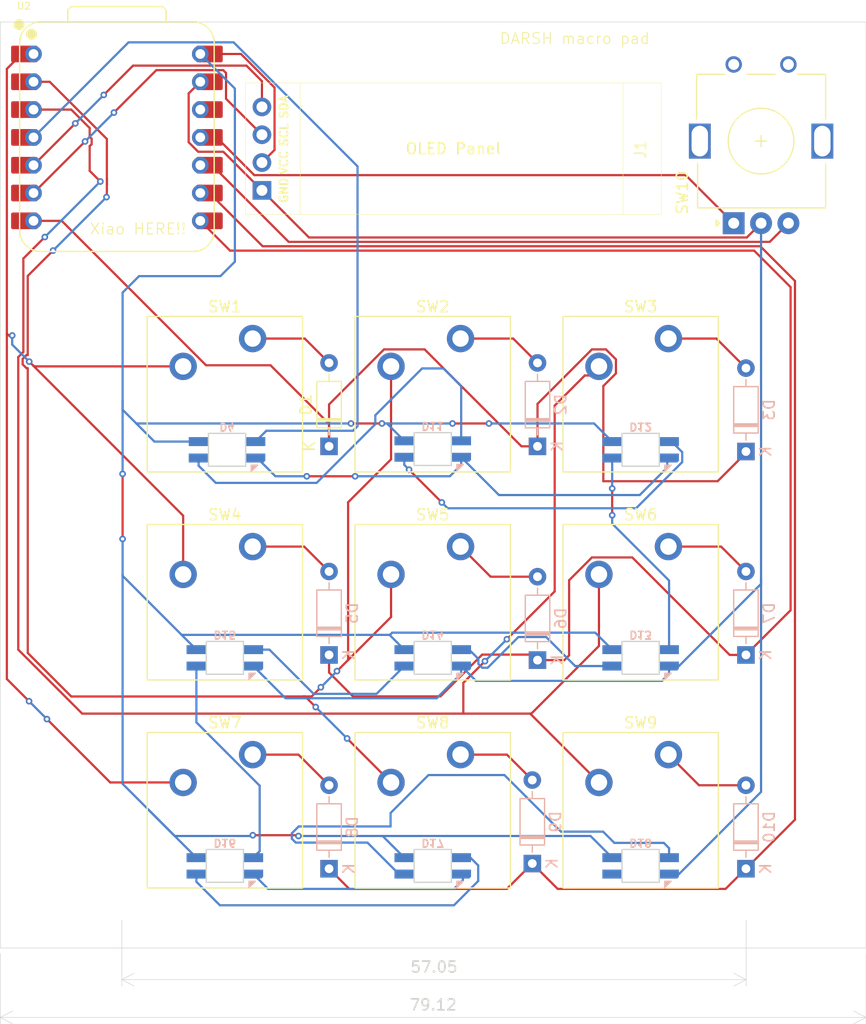
<source format=kicad_pcb>
(kicad_pcb (version 20241229) (generator "pcbnew") (generator_version "9.0")
  (layers (0 "F.Cu" signal) (2 "B.Cu" signal) (13 "F.Paste" user) (15 "B.Paste" user) (5 "F.SilkS" user "F.Silkscreen") (7 "B.SilkS" user "B.Silkscreen") (1 "F.Mask" user) (3 "B.Mask" user) (25 "Edge.Cuts" user))
  (net 0 "")
  (net 1 "+5V")
  (net 2 "GND")
  (net 3 "Row 0")
  (net 4 "Net-(D1-A)")
  (net 5 "Net-(D2-A)")
  (net 6 "Net-(D3-A)")
  (net 7 "Net-(D11-DIN)")
  (net 8 "RGB")
  (net 9 "Net-(D5-A)")
  (net 10 "Row 1")
  (net 11 "Net-(D6-A)")
  (net 12 "Net-(D7-A)")
  (net 13 "Row 2")
  (net 14 "Net-(D8-A)")
  (net 15 "Net-(D9-A)")
  (net 16 "Net-(D10-A)")
  (net 17 "Net-(D11-DOUT)")
  (net 18 "Net-(D12-DOUT)")
  (net 19 "Net-(D13-DOUT)")
  (net 20 "Net-(D14-DOUT)")
  (net 21 "Net-(D15-DOUT)")
  (net 22 "Net-(D16-DOUT)")
  (net 23 "Net-(D17-DOUT)")
  (net 25 "SDA OLED")
  (net 26 "SCL OLED")
  (net 27 "Column 0")
  (net 28 "Column 1")
  (net 29 "Column 2")
  (net 30 "ENC11 A")
  (net 31 "ENC11 B")
  (footprint "ScottoKeebs_MX:MX_PCB_1.00u" (layer "F.Cu") (at 99.145 135.26)
    (property "Reference" "SW6")
    (property "Value" "SW_Push")
  )
  (footprint "ScottoKeebs_MX:MX_PCB_1.00u" (layer "F.Cu") (at 61.145 116.26)
    (property "Reference" "SW1")
    (property "Value" "SW_Push")
  )
  (footprint "Diode_THT:D_DO-35_SOD27_P7.62mm_Horizontal" (layer "F.Cu") (at 70.67 121.0225 90)
    (property "Reference" "D1")
    (property "Value" "1N4148")
  )
  (footprint "ScottoKeebs_MX:MX_PCB_1.00u" (layer "F.Cu") (at 99.145 154.26)
    (property "Reference" "SW9")
    (property "Value" "SW_Push")
  )
  (footprint "ScottoKeebs_MX:MX_PCB_1.00u" (layer "F.Cu") (at 61.145 154.26)
    (property "Reference" "SW7")
    (property "Value" "SW_Push")
  )
  (footprint "ScottoKeebs_MX:MX_PCB_1.00u" (layer "F.Cu") (at 80.145 116.26)
    (property "Reference" "SW2")
    (property "Value" "SW_Push")
  )
  (footprint "ScottoKeebs_MX:MX_PCB_1.00u" (layer "F.Cu") (at 80.145 154.26)
    (property "Reference" "SW8")
    (property "Value" "SW_Push")
  )
  (footprint "ScottoKeebs_MX:MX_PCB_1.00u" (layer "F.Cu") (at 80.145 135.26)
    (property "Reference" "SW5")
    (property "Value" "SW_Push")
  )
  (footprint "Rotary_Encoder:RotaryEncoder_Alps_EC11E_Vertical_H20mm" (layer "F.Cu") (at 107.65 100.645 90)
    (property "Reference" "SW10")
    (property "Value" "RotaryEncoder_Switch")
  )
  (footprint "ScottoKeebs_MX:MX_PCB_1.00u" (layer "F.Cu") (at 99.145 116.26)
    (property "Reference" "SW3")
    (property "Value" "SW_Push")
  )
  (footprint "OPL lib:SSD1306-0.91-OLED-4pin-128x32" (layer "F.Cu") (at 101.035 99.835 180)
    (property "Reference" "J1")
    (property "Value" "OLED_128x32")
  )
  (footprint "OPL lib:XIAO-RP2040-DIP" (layer "F.Cu") (at 51.28 92.8085)
    (property "Reference" "U2")
    (property "Value" "XIAO-RP2040-DIP")
  )
  (footprint "ScottoKeebs_MX:MX_PCB_1.00u" (layer "F.Cu") (at 61.145 135.26)
    (property "Reference" "SW4")
    (property "Value" "SW_Push")
  )
  (footprint "PCB-third_party_neopixel:SK6812MINI-E" (layer "B.Cu") (at 61.145 159.34)
    (property "Reference" "D16")
    (property "Value" "SK6812MINI" (hide yes))
    (fp_line (start -1.7 -1.5) (end -1.7 1.5) (stroke (width 0.12)) (layer "Edge.Cuts"))
    (fp_line (start -1.7 1.5) (end 1.7 1.5) (stroke (width 0.12)) (layer "Edge.Cuts"))
    (fp_line (start 1.7 -1.5) (end -1.7 -1.5) (stroke (width 0.12)) (layer "Edge.Cuts"))
    (fp_line (start 1.7 1.5) (end 1.7 -1.5) (stroke (width 0.12)) (layer "Edge.Cuts"))
  )
  (footprint "PCB-third_party_neopixel:SK6812MINI-E" (layer "B.Cu") (at 99.145 159.34)
    (property "Reference" "D18")
    (property "Value" "SK6812MINI" (hide yes))
    (fp_line (start -1.7 -1.5) (end -1.7 1.5) (stroke (width 0.12)) (layer "Edge.Cuts"))
    (fp_line (start -1.7 1.5) (end 1.7 1.5) (stroke (width 0.12)) (layer "Edge.Cuts"))
    (fp_line (start 1.7 -1.5) (end -1.7 -1.5) (stroke (width 0.12)) (layer "Edge.Cuts"))
    (fp_line (start 1.7 1.5) (end 1.7 -1.5) (stroke (width 0.12)) (layer "Edge.Cuts"))
  )
  (footprint "PCB-third_party_neopixel:SK6812MINI-E" (layer "B.Cu") (at 80.145 159.34)
    (property "Reference" "D17")
    (property "Value" "SK6812MINI" (hide yes))
    (fp_line (start -1.7 -1.5) (end -1.7 1.5) (stroke (width 0.12)) (layer "Edge.Cuts"))
    (fp_line (start -1.7 1.5) (end 1.7 1.5) (stroke (width 0.12)) (layer "Edge.Cuts"))
    (fp_line (start 1.7 -1.5) (end -1.7 -1.5) (stroke (width 0.12)) (layer "Edge.Cuts"))
    (fp_line (start 1.7 1.5) (end 1.7 -1.5) (stroke (width 0.12)) (layer "Edge.Cuts"))
  )
  (footprint "Diode_THT:D_DO-35_SOD27_P7.62mm_Horizontal" (layer "B.Cu") (at 108.77 121.49875 90)
    (property "Reference" "D3")
    (property "Value" "1N4148")
  )
  (footprint "Diode_THT:D_DO-35_SOD27_P7.62mm_Horizontal" (layer "B.Cu") (at 70.67 159.59875 90)
    (property "Reference" "D8")
    (property "Value" "1N4148")
  )
  (footprint "PCB-third_party_neopixel:SK6812MINI-E" (layer "B.Cu") (at 61.345 121.34)
    (property "Reference" "D4")
    (property "Value" "SK6812MINI" (hide yes))
    (fp_line (start -1.7 -1.5) (end -1.7 1.5) (stroke (width 0.12)) (layer "Edge.Cuts"))
    (fp_line (start -1.7 1.5) (end 1.7 1.5) (stroke (width 0.12)) (layer "Edge.Cuts"))
    (fp_line (start 1.7 -1.5) (end -1.7 -1.5) (stroke (width 0.12)) (layer "Edge.Cuts"))
    (fp_line (start 1.7 1.5) (end 1.7 -1.5) (stroke (width 0.12)) (layer "Edge.Cuts"))
  )
  (footprint "PCB-third_party_neopixel:SK6812MINI-E" (layer "B.Cu") (at 80.145 121.27)
    (property "Reference" "D11")
    (property "Value" "SK6812MINI" (hide yes))
    (fp_line (start -1.7 -1.5) (end -1.7 1.5) (stroke (width 0.12)) (layer "Edge.Cuts"))
    (fp_line (start -1.7 1.5) (end 1.7 1.5) (stroke (width 0.12)) (layer "Edge.Cuts"))
    (fp_line (start 1.7 -1.5) (end -1.7 -1.5) (stroke (width 0.12)) (layer "Edge.Cuts"))
    (fp_line (start 1.7 1.5) (end 1.7 -1.5) (stroke (width 0.12)) (layer "Edge.Cuts"))
  )
  (footprint "Diode_THT:D_DO-35_SOD27_P7.62mm_Horizontal" (layer "B.Cu") (at 89.72 121.0225 90)
    (property "Reference" "D2")
    (property "Value" "1N4148")
  )
  (footprint "Diode_THT:D_DO-35_SOD27_P7.62mm_Horizontal" (layer "B.Cu") (at 89.24375 159.1225 90)
    (property "Reference" "D9")
    (property "Value" "1N4148")
  )
  (footprint "Diode_THT:D_DO-35_SOD27_P7.62mm_Horizontal" (layer "B.Cu") (at 108.77 140.0725 90)
    (property "Reference" "D7")
    (property "Value" "1N4148")
  )
  (footprint "PCB-third_party_neopixel:SK6812MINI-E" (layer "B.Cu") (at 80.145 140.34)
    (property "Reference" "D14")
    (property "Value" "SK6812MINI" (hide yes))
    (fp_line (start -1.7 -1.5) (end -1.7 1.5) (stroke (width 0.12)) (layer "Edge.Cuts"))
    (fp_line (start -1.7 1.5) (end 1.7 1.5) (stroke (width 0.12)) (layer "Edge.Cuts"))
    (fp_line (start 1.7 -1.5) (end -1.7 -1.5) (stroke (width 0.12)) (layer "Edge.Cuts"))
    (fp_line (start 1.7 1.5) (end 1.7 -1.5) (stroke (width 0.12)) (layer "Edge.Cuts"))
  )
  (footprint "PCB-third_party_neopixel:SK6812MINI-E" (layer "B.Cu") (at 99.145 140.34)
    (property "Reference" "D13")
    (property "Value" "SK6812MINI" (hide yes))
    (fp_line (start -1.7 -1.5) (end -1.7 1.5) (stroke (width 0.12)) (layer "Edge.Cuts"))
    (fp_line (start -1.7 1.5) (end 1.7 1.5) (stroke (width 0.12)) (layer "Edge.Cuts"))
    (fp_line (start 1.7 -1.5) (end -1.7 -1.5) (stroke (width 0.12)) (layer "Edge.Cuts"))
    (fp_line (start 1.7 1.5) (end 1.7 -1.5) (stroke (width 0.12)) (layer "Edge.Cuts"))
  )
  (footprint "Diode_THT:D_DO-35_SOD27_P7.62mm_Horizontal" (layer "B.Cu") (at 89.72 140.54875 90)
    (property "Reference" "D6")
    (property "Value" "1N4148")
  )
  (footprint "PCB-third_party_neopixel:SK6812MINI-E" (layer "B.Cu") (at 61.145 140.34)
    (property "Reference" "D15")
    (property "Value" "SK6812MINI" (hide yes))
    (fp_line (start -1.7 -1.5) (end -1.7 1.5) (stroke (width 0.12)) (layer "Edge.Cuts"))
    (fp_line (start -1.7 1.5) (end 1.7 1.5) (stroke (width 0.12)) (layer "Edge.Cuts"))
    (fp_line (start 1.7 -1.5) (end -1.7 -1.5) (stroke (width 0.12)) (layer "Edge.Cuts"))
    (fp_line (start 1.7 1.5) (end 1.7 -1.5) (stroke (width 0.12)) (layer "Edge.Cuts"))
  )
  (footprint "PCB-third_party_neopixel:SK6812MINI-E" (layer "B.Cu") (at 99.145 121.34)
    (property "Reference" "D12")
    (property "Value" "SK6812MINI" (hide yes))
    (fp_line (start -1.7 -1.5) (end -1.7 1.5) (stroke (width 0.12)) (layer "Edge.Cuts"))
    (fp_line (start -1.7 1.5) (end 1.7 1.5) (stroke (width 0.12)) (layer "Edge.Cuts"))
    (fp_line (start 1.7 -1.5) (end -1.7 -1.5) (stroke (width 0.12)) (layer "Edge.Cuts"))
    (fp_line (start 1.7 1.5) (end 1.7 -1.5) (stroke (width 0.12)) (layer "Edge.Cuts"))
  )
  (footprint "Diode_THT:D_DO-35_SOD27_P7.62mm_Horizontal" (layer "B.Cu") (at 108.77 159.59875 90)
    (property "Reference" "D10")
    (property "Value" "1N4148")
  )
  (footprint "Diode_THT:D_DO-35_SOD27_P7.62mm_Horizontal" (layer "B.Cu") (at 70.67 140.0725 90)
    (property "Reference" "D5")
    (property "Value" "1N4148")
  )
  (gr_rect (start 40.62 82.27) (end 119.74 166.84) (stroke (width 0.05)) (fill no) (layer "Edge.Cuts"))
  (gr_text "DARSH macro pad\n" (at 86.2 84.36 0) (layer "F.SilkS") (effects (font (size 1 1) (thickness 0.1)) (justify left bottom)))
  (gr_text "Xiao HERE!!\n" (at 48.73 101.75 0) (layer "F.SilkS") (effects (font (size 1 1) (thickness 0.1)) (justify left bottom)))
  (dimension (type orthogonal) (layer "Edge.Cuts") (pts (xy 51.735 163.785) (xy 108.785 163.785)) (height 5.945) (orientation 0) (format (prefix "") (suffix "") (units 3) (units_format 0) (precision 4) (suppress_zeroes yes)) (style (thickness 0.05) (arrow_length 1.27) (text_position_mode 0) (arrow_direction outward) (extension_height 0.58642) (extension_offset 0.5) (keep_text_aligned yes)) (gr_text "57.05" (at 80.26 168.58 0) (layer "Edge.Cuts") (effects (font (size 1 1) (thickness 0.15)))))
  (dimension (type orthogonal) (layer "Edge.Cuts") (pts (xy 40.62 166.84) (xy 119.74 166.84)) (height 6.34) (orientation 0) (format (prefix "") (suffix "") (units 3) (units_format 0) (precision 4) (suppress_zeroes yes)) (style (thickness 0.05) (arrow_length 1.27) (text_position_mode 0) (arrow_direction outward) (extension_height 0.58642) (extension_offset 0.5) (keep_text_aligned yes)) (gr_text "79.12" (at 80.18 172.03 0) (layer "Edge.Cuts") (effects (font (size 1 1) (thickness 0.15)))))
  (segment (start 85.28 118.935) (end 81.95 118.935) (width 0.2) (layer "F.Cu") (net 1))
  (segment (start 75.5 118.935) (end 72.67 118.935) (width 0.2) (layer "F.Cu") (net 1))
  (segment (start 51.8 129.48) (end 51.8 123.54) (width 0.2) (layer "F.Cu") (net 1))
  (segment (start 65.686 93.954) (end 65.686 88.253774) (width 0.2) (layer "F.Cu") (net 1))
  (segment (start 63.7 156.54) (end 67.799 156.54) (width 0.2) (layer "F.Cu") (net 1))
  (segment (start 64.535 95.105) (end 65.686 93.954) (width 0.2) (layer "F.Cu") (net 1))
  (segment (start 62.620726 85.1885) (end 58.9 85.1885) (width 0.2) (layer "F.Cu") (net 1))
  (segment (start 65.686 88.253774) (end 62.620726 85.1885) (width 0.2) (layer "F.Cu") (net 1))
  (via (at 51.8 129.48) (size 0.6) (drill 0.3) (layers "F.Cu" "B.Cu") (net 1))
  (via (at 81.95 118.935) (size 0.6) (drill 0.3) (layers "F.Cu" "B.Cu") (net 1))
  (via (at 75.5 118.935) (size 0.6) (drill 0.3) (layers "F.Cu" "B.Cu") (net 1))
  (via (at 63.7 156.54) (size 0.6) (drill 0.3) (layers "F.Cu" "B.Cu") (net 1))
  (via (at 51.8 123.54) (size 0.6) (drill 0.3) (layers "F.Cu" "B.Cu") (net 1))
  (via (at 67.87 156.611) (size 0.6) (drill 0.3) (layers "F.Cu" "B.Cu") (net 1))
  (via (at 72.67 118.935) (size 0.6) (drill 0.3) (layers "F.Cu" "B.Cu") (net 1))
  (via (at 85.28 118.935) (size 0.6) (drill 0.3) (layers "F.Cu" "B.Cu") (net 1))
  (segment (start 63.7 156.54) (end 63.67 156.54) (width 0.2) (layer "B.Cu") (net 1))
  (segment (start 51.8 117.68) (end 51.8 116.88) (width 0.2) (layer "B.Cu") (net 1))
  (segment (start 54.71 120.59) (end 53.055 118.935) (width 0.2) (layer "B.Cu") (net 1))
  (segment (start 60.74 105.48) (end 62.06 104.16) (width 0.2) (layer "B.Cu") (net 1))
  (segment (start 75.39 156.611) (end 67.87 156.611) (width 0.2) (layer "B.Cu") (net 1))
  (segment (start 58.545 158.59) (end 54.1425 154.1875) (width 0.2) (layer "B.Cu") (net 1))
  (segment (start 96.545 139.59) (end 94.994 138.039) (width 0.2) (layer "B.Cu") (net 1))
  (segment (start 76.24 138.24) (end 57.195 138.24) (width 0.2) (layer "B.Cu") (net 1))
  (segment (start 94.89 118.935) (end 85.28 118.935) (width 0.2) (layer "B.Cu") (net 1))
  (segment (start 51.8 106.98) (end 53.3 105.48) (width 0.2) (layer "B.Cu") (net 1))
  (segment (start 81.95 118.935) (end 75.96 118.935) (width 0.2) (layer "B.Cu") (net 1))
  (segment (start 55.7325 136.7775) (end 51.8 132.845) (width 0.2) (layer "B.Cu") (net 1))
  (segment (start 96.545 120.59) (end 94.89 118.935) (width 0.2) (layer "B.Cu") (net 1))
  (segment (start 54.1425 154.1875) (end 51.8 151.845) (width 0.2) (layer "B.Cu") (net 1))
  (segment (start 67.799 156.54) (end 67.87 156.611) (width 0.2) (layer "B.Cu") (net 1))
  (segment (start 51.8 123.54) (end 51.8 116.88) (width 0.2) (layer "B.Cu") (net 1))
  (segment (start 63.67 156.54) (end 63.65 156.52) (width 0.2) (layer "B.Cu") (net 1))
  (segment (start 96.545 158.59) (end 94.566 156.611) (width 0.2) (layer "B.Cu") (net 1))
  (segment (start 76.194 138.239) (end 76.239 138.239) (width 0.2) (layer "B.Cu") (net 1))
  (segment (start 62.06 88.3485) (end 58.9 85.1885) (width 0.2) (layer "B.Cu") (net 1))
  (segment (start 53.055 118.935) (end 51.8 117.68) (width 0.2) (layer "B.Cu") (net 1))
  (segment (start 57.1775 138.2225) (end 55.7325 136.7775) (width 0.2) (layer "B.Cu") (net 1))
  (segment (start 75.566 156.611) (end 75.39 156.611) (width 0.2) (layer "B.Cu") (net 1))
  (segment (start 51.8 132.845) (end 51.8 132.71) (width 0.2) (layer "B.Cu") (net 1))
  (segment (start 57.195 138.24) (end 57.1775 138.2225) (width 0.2) (layer "B.Cu") (net 1))
  (segment (start 77.545 158.59) (end 75.566 156.611) (width 0.2) (layer "B.Cu") (net 1))
  (segment (start 58.745 120.59) (end 54.71 120.59) (width 0.2) (layer "B.Cu") (net 1))
  (segment (start 77.545 120.52) (end 75.96 118.935) (width 0.2) (layer "B.Cu") (net 1))
  (segment (start 77.545 139.59) (end 76.194 138.239) (width 0.2) (layer "B.Cu") (net 1))
  (segment (start 63.559 156.611) (end 56.566 156.611) (width 0.2) (layer "B.Cu") (net 1))
  (segment (start 56.566 156.611) (end 54.1425 154.1875) (width 0.2) (layer "B.Cu") (net 1))
  (segment (start 94.566 156.611) (end 75.39 156.611) (width 0.2) (layer "B.Cu") (net 1))
  (segment (start 62.06 104.16) (end 62.06 88.3485) (width 0.2) (layer "B.Cu") (net 1))
  (segment (start 51.8 151.845) (end 51.8 132.71) (width 0.2) (layer "B.Cu") (net 1))
  (segment (start 58.545 139.59) (end 57.1775 138.2225) (width 0.2) (layer "B.Cu") (net 1))
  (segment (start 51.8 132.71) (end 51.8 129.48) (width 0.2) (layer "B.Cu") (net 1))
  (segment (start 94.994 138.039) (end 76.441 138.039) (width 0.2) (layer "B.Cu") (net 1))
  (segment (start 76.239 138.239) (end 76.24 138.24) (width 0.2) (layer "B.Cu") (net 1))
  (segment (start 53.3 105.48) (end 60.74 105.48) (width 0.2) (layer "B.Cu") (net 1))
  (segment (start 51.8 116.88) (end 51.8 106.98) (width 0.2) (layer "B.Cu") (net 1))
  (segment (start 72.67 118.935) (end 53.055 118.935) (width 0.2) (layer "B.Cu") (net 1))
  (segment (start 75.96 118.935) (end 75.5 118.935) (width 0.2) (layer "B.Cu") (net 1))
  (segment (start 76.441 138.039) (end 76.24 138.24) (width 0.2) (layer "B.Cu") (net 1))
  (segment (start 63.65 156.52) (end 63.559 156.611) (width 0.2) (layer "B.Cu") (net 1))
  (segment (start 61.007 94.117) (end 58.70519 94.117) (width 0.2) (layer "F.Cu") (net 2))
  (segment (start 57.837 93.24881) (end 57.837 88.7915) (width 0.2) (layer "F.Cu") (net 2))
  (segment (start 68.836 101.946) (end 64.535 97.645) (width 0.2) (layer "F.Cu") (net 2))
  (segment (start 57.837 88.7915) (end 58.9 87.7285) (width 0.2) (layer "F.Cu") (net 2))
  (segment (start 64.535 97.645) (end 61.007 94.117) (width 0.2) (layer "F.Cu") (net 2))
  (segment (start 68.63 123.758471) (end 73.05 123.758471) (width 0.2) (layer "F.Cu") (net 2))
  (segment (start 58.70519 94.117) (end 57.837 93.24881) (width 0.2) (layer "F.Cu") (net 2))
  (segment (start 110.15 100.645) (end 108.849 101.946) (width 0.2) (layer "F.Cu") (net 2))
  (segment (start 108.849 101.946) (end 68.836 101.946) (width 0.2) (layer "F.Cu") (net 2))
  (via (at 73.05 123.758471) (size 0.6) (drill 0.3) (layers "F.Cu" "B.Cu") (net 2))
  (via (at 68.63 123.758471) (size 0.6) (drill 0.3) (layers "F.Cu" "B.Cu") (net 2))
  (segment (start 86.196 125.471) (end 82.745 122.02) (width 0.2) (layer "B.Cu") (net 2))
  (segment (start 102.645 141.09) (end 110.15 133.585) (width 0.2) (layer "B.Cu") (net 2))
  (segment (start 82.745 141.09) (end 84.096 142.441) (width 0.2) (layer "B.Cu") (net 2))
  (segment (start 82.81 160.09) (end 82.9 160.18) (width 0.2) (layer "B.Cu") (net 2))
  (segment (start 65.096 161.441) (end 63.745 160.09) (width 0.2) (layer "B.Cu") (net 2))
  (segment (start 82.9 160.18) (end 82.9 160.634942) (width 0.2) (layer "B.Cu") (net 2))
  (segment (start 101.65 122.09) (end 101.58 122.16) (width 0.2) (layer "B.Cu") (net 2))
  (segment (start 65.768471 123.758471) (end 68.63 123.758471) (width 0.2) (layer "B.Cu") (net 2))
  (segment (start 63.745 141.09) (end 66.68425 144.02925) (width 0.2) (layer "B.Cu") (net 2))
  (segment (start 110.15 133.12) (end 110.15 100.645) (width 0.2) (layer "B.Cu") (net 2))
  (segment (start 99.063942 125.471) (end 86.196 125.471) (width 0.2) (layer "B.Cu") (net 2))
  (segment (start 101.745 141.09) (end 102.645 141.09) (width 0.2) (layer "B.Cu") (net 2))
  (segment (start 82.093942 161.441) (end 65.096 161.441) (width 0.2) (layer "B.Cu") (net 2))
  (segment (start 101.745 122.09) (end 101.65 122.09) (width 0.2) (layer "B.Cu") (net 2))
  (segment (start 66.68425 144.02925) (end 80.505692 144.02925) (width 0.2) (layer "B.Cu") (net 2))
  (segment (start 101.58 122.16) (end 101.58 122.954942) (width 0.2) (layer "B.Cu") (net 2))
  (segment (start 101.745 160.09) (end 102.645 160.09) (width 0.2) (layer "B.Cu") (net 2))
  (segment (start 101.58 122.954942) (end 99.063942 125.471) (width 0.2) (layer "B.Cu") (net 2))
  (segment (start 110.15 133.585) (end 110.15 133.12) (width 0.2) (layer "B.Cu") (net 2))
  (segment (start 101.745 141.789942) (end 101.745 141.09) (width 0.2) (layer "B.Cu") (net 2))
  (segment (start 84.096 142.441) (end 101.093942 142.441) (width 0.2) (layer "B.Cu") (net 2))
  (segment (start 82.745 122.719942) (end 82.745 122.02) (width 0.2) (layer "B.Cu") (net 2))
  (segment (start 73.05 123.758471) (end 81.706471 123.758471) (width 0.2) (layer "B.Cu") (net 2))
  (segment (start 82.745 160.09) (end 82.81 160.09) (width 0.2) (layer "B.Cu") (net 2))
  (segment (start 82.745 141.789942) (end 82.745 141.09) (width 0.2) (layer "B.Cu") (net 2))
  (segment (start 82.9 160.634942) (end 82.093942 161.441) (width 0.2) (layer "B.Cu") (net 2))
  (segment (start 81.706471 123.758471) (end 82.745 122.719942) (width 0.2) (layer "B.Cu") (net 2))
  (segment (start 63.96 121.95) (end 65.768471 123.758471) (width 0.2) (layer "B.Cu") (net 2))
  (segment (start 63.945 122.09) (end 63.945 121.965) (width 0.2) (layer "B.Cu") (net 2))
  (segment (start 110.15 152.585) (end 110.15 133.12) (width 0.2) (layer "B.Cu") (net 2))
  (segment (start 102.645 160.09) (end 110.15 152.585) (width 0.2) (layer "B.Cu") (net 2))
  (segment (start 80.505692 144.02925) (end 82.745 141.789942) (width 0.2) (layer "B.Cu") (net 2))
  (segment (start 63.945 121.965) (end 63.96 121.95) (width 0.2) (layer "B.Cu") (net 2))
  (segment (start 101.093942 142.441) (end 101.745 141.789942) (width 0.2) (layer "B.Cu") (net 2))
  (segment (start 106.18 124.21) (end 95.736 124.21) (width 0.2) (layer "F.Cu") (net 3))
  (segment (start 108.77 121.49875) (end 108.77 121.58) (width 0.2) (layer "F.Cu") (net 3))
  (segment (start 95.977446 112.169) (end 94.692554 112.169) (width 0.2) (layer "F.Cu") (net 3))
  (segment (start 94.692554 112.169) (end 89.72 117.141554) (width 0.2) (layer "F.Cu") (net 3))
  (segment (start 89.72 117.141554) (end 89.72 121.0225) (width 0.2) (layer "F.Cu") (net 3))
  (segment (start 79.400174 112.169) (end 75.692554 112.169) (width 0.2) (layer "F.Cu") (net 3))
  (segment (start 46.236946 100.4285) (end 43.66 100.4285) (width 0.2) (layer "F.Cu") (net 3))
  (segment (start 108.77 121.58) (end 108.79 121.6) (width 0.2) (layer "F.Cu") (net 3))
  (segment (start 59.428446 113.62) (end 46.236946 100.4285) (width 0.2) (layer "F.Cu") (net 3))
  (segment (start 95.736 115.512446) (end 96.886 114.362446) (width 0.2) (layer "F.Cu") (net 3))
  (segment (start 75.692554 112.169) (end 70.67 117.191554) (width 0.2) (layer "F.Cu") (net 3))
  (segment (start 70.67 121.0225) (end 70.67 118.971174) (width 0.2) (layer "F.Cu") (net 3))
  (segment (start 108.79 121.6) (end 106.18 124.21) (width 0.2) (layer "F.Cu") (net 3))
  (segment (start 65.318826 113.62) (end 59.428446 113.62) (width 0.2) (layer "F.Cu") (net 3))
  (segment (start 96.886 113.077554) (end 95.977446 112.169) (width 0.2) (layer "F.Cu") (net 3))
  (segment (start 96.886 114.362446) (end 96.886 113.077554) (width 0.2) (layer "F.Cu") (net 3))
  (segment (start 95.736 124.21) (end 95.736 115.512446) (width 0.2) (layer "F.Cu") (net 3))
  (segment (start 70.67 118.971174) (end 65.318826 113.62) (width 0.2) (layer "F.Cu") (net 3))
  (segment (start 88.253674 121.0225) (end 79.400174 112.169) (width 0.2) (layer "F.Cu") (net 3))
  (segment (start 89.72 121.0225) (end 88.253674 121.0225) (width 0.2) (layer "F.Cu") (net 3))
  (segment (start 70.67 117.191554) (end 70.67 121.0225) (width 0.2) (layer "F.Cu") (net 3))
  (segment (start 63.685 111.18) (end 68.4475 111.18) (width 0.2) (layer "F.Cu") (net 4))
  (segment (start 68.4475 111.18) (end 70.67 113.4025) (width 0.2) (layer "F.Cu") (net 4))
  (segment (start 87.4975 111.18) (end 89.72 113.4025) (width 0.2) (layer "F.Cu") (net 5))
  (segment (start 82.685 111.18) (end 87.4975 111.18) (width 0.2) (layer "F.Cu") (net 5))
  (segment (start 106.07125 111.18) (end 108.77 113.87875) (width 0.2) (layer "F.Cu") (net 6))
  (segment (start 101.685 111.18) (end 106.07125 111.18) (width 0.2) (layer "F.Cu") (net 6))
  (segment (start 81.118816 113.909) (end 82.745 115.535184) (width 0.2) (layer "B.Cu") (net 7))
  (segment (start 60.314529 124.359471) (end 69.535029 124.359471) (width 0.2) (layer "B.Cu") (net 7))
  (segment (start 58.745 122.09) (end 58.745 122.075) (width 0.2) (layer "B.Cu") (net 7))
  (segment (start 58.745 122.075) (end 58.86 121.96) (width 0.2) (layer "B.Cu") (net 7))
  (segment (start 58.745 122.789942) (end 60.314529 124.359471) (width 0.2) (layer "B.Cu") (net 7))
  (segment (start 82.745 115.535184) (end 82.745 120.52) (width 0.2) (layer "B.Cu") (net 7))
  (segment (start 74.899 118.181184) (end 79.171184 113.909) (width 0.2) (layer "B.Cu") (net 7))
  (segment (start 79.171184 113.909) (end 81.118816 113.909) (width 0.2) (layer "B.Cu") (net 7))
  (segment (start 74.899 118.9955) (end 74.899 118.181184) (width 0.2) (layer "B.Cu") (net 7))
  (segment (start 69.535029 124.359471) (end 74.899 118.9955) (width 0.2) (layer "B.Cu") (net 7))
  (segment (start 58.745 122.09) (end 58.745 122.789942) (width 0.2) (layer "B.Cu") (net 7))
  (segment (start 52.343 84.1255) (end 43.66 92.8085) (width 0.2) (layer "B.Cu") (net 8))
  (segment (start 73.271 95.451) (end 61.9455 84.1255) (width 0.2) (layer "B.Cu") (net 8))
  (segment (start 63.945 120.59) (end 64.935 119.6) (width 0.2) (layer "B.Cu") (net 8))
  (segment (start 73.271 119.183943) (end 73.271 95.451) (width 0.2) (layer "B.Cu") (net 8))
  (segment (start 61.9455 84.1255) (end 52.343 84.1255) (width 0.2) (layer "B.Cu") (net 8))
  (segment (start 64.935 119.6) (end 72.854943 119.6) (width 0.2) (layer "B.Cu") (net 8))
  (segment (start 72.854943 119.6) (end 73.271 119.183943) (width 0.2) (layer "B.Cu") (net 8))
  (segment (start 63.685 130.18) (end 68.3975 130.18) (width 0.2) (layer "F.Cu") (net 9))
  (segment (start 68.3975 130.18) (end 70.67 132.4525) (width 0.2) (layer "F.Cu") (net 9))
  (segment (start 107.2825 140.0725) (end 98.379 131.169) (width 0.2) (layer "F.Cu") (net 10))
  (segment (start 92.61 140.11) (end 92.17125 140.54875) (width 0.2) (layer "F.Cu") (net 10))
  (segment (start 70.67 140.0725) (end 70.67 141.679943) (width 0.2) (layer "F.Cu") (net 10))
  (segment (start 108.77 140.0725) (end 112.85 135.9925) (width 0.2) (layer "F.Cu") (net 10))
  (segment (start 70.67 141.679943) (end 72.850057 143.86) (width 0.2) (layer "F.Cu") (net 10))
  (segment (start 108.77 140.0725) (end 107.2825 140.0725) (width 0.2) (layer "F.Cu") (net 10))
  (segment (start 61.6205 103.149) (end 58.9 100.4285) (width 0.2) (layer "F.Cu") (net 10))
  (segment (start 112.85 135.9925) (end 112.85 106.48) (width 0.2) (layer "F.Cu") (net 10))
  (segment (start 94.692554 131.169) (end 92.61 133.251554) (width 0.2) (layer "F.Cu") (net 10))
  (segment (start 70.67 140.7) (end 70.68 140.71) (width 0.2) (layer "F.Cu") (net 10))
  (segment (start 89.21525 140.044) (end 89.72 140.54875) (width 0.2) (layer "F.Cu") (net 10))
  (segment (start 109.519 103.149) (end 61.6205 103.149) (width 0.2) (layer "F.Cu") (net 10))
  (segment (start 80.850057 143.86) (end 84.666057 140.044) (width 0.2) (layer "F.Cu") (net 10))
  (segment (start 70.67 140.0725) (end 70.67 140.7) (width 0.2) (layer "F.Cu") (net 10))
  (segment (start 92.61 133.251554) (end 92.61 140.11) (width 0.2) (layer "F.Cu") (net 10))
  (segment (start 112.85 106.48) (end 109.519 103.149) (width 0.2) (layer "F.Cu") (net 10))
  (segment (start 92.17125 140.54875) (end 89.72 140.54875) (width 0.2) (layer "F.Cu") (net 10))
  (segment (start 98.379 131.169) (end 94.692554 131.169) (width 0.2) (layer "F.Cu") (net 10))
  (segment (start 72.850057 143.86) (end 80.850057 143.86) (width 0.2) (layer "F.Cu") (net 10))
  (segment (start 84.666057 140.044) (end 89.21525 140.044) (width 0.2) (layer "F.Cu") (net 10))
  (segment (start 82.685 130.18) (end 85.43375 132.92875) (width 0.2) (layer "F.Cu") (net 11))
  (segment (start 85.43375 132.92875) (end 89.72 132.92875) (width 0.2) (layer "F.Cu") (net 11))
  (segment (start 106.4975 130.18) (end 108.77 132.4525) (width 0.2) (layer "F.Cu") (net 12))
  (segment (start 101.685 130.18) (end 106.4975 130.18) (width 0.2) (layer "F.Cu") (net 12))
  (segment (start 91.56225 161.441) (end 89.24375 159.1225) (width 0.2) (layer "F.Cu") (net 13))
  (segment (start 108.77 159.59875) (end 108.77 159.58) (width 0.2) (layer "F.Cu") (net 13))
  (segment (start 89.24375 159.1225) (end 86.92525 161.441) (width 0.2) (layer "F.Cu") (net 13))
  (segment (start 86.92525 161.441) (end 72.51225 161.441) (width 0.2) (layer "F.Cu") (net 13))
  (segment (start 64.5945 102.748) (end 59.735 97.8885) (width 0.2) (layer "F.Cu") (net 13))
  (segment (start 113.25 155.11875) (end 113.25 105.92) (width 0.2) (layer "F.Cu") (net 13))
  (segment (start 108.77 159.59875) (end 113.25 155.11875) (width 0.2) (layer "F.Cu") (net 13))
  (segment (start 110.078 102.748) (end 64.5945 102.748) (width 0.2) (layer "F.Cu") (net 13))
  (segment (start 72.51225 161.441) (end 70.67 159.59875) (width 0.2) (layer "F.Cu") (net 13))
  (segment (start 108.77 159.58) (end 106.909 161.441) (width 0.2) (layer "F.Cu") (net 13))
  (segment (start 106.909 161.441) (end 91.56225 161.441) (width 0.2) (layer "F.Cu") (net 13))
  (segment (start 113.25 105.92) (end 110.078 102.748) (width 0.2) (layer "F.Cu") (net 13))
  (segment (start 67.87125 149.18) (end 70.67 151.97875) (width 0.2) (layer "F.Cu") (net 14))
  (segment (start 63.685 149.18) (end 67.87125 149.18) (width 0.2) (layer "F.Cu") (net 14))
  (segment (start 82.685 149.18) (end 86.92125 149.18) (width 0.2) (layer "F.Cu") (net 15))
  (segment (start 86.92125 149.18) (end 89.24375 151.5025) (width 0.2) (layer "F.Cu") (net 15))
  (segment (start 104.48375 151.97875) (end 108.77 151.97875) (width 0.2) (layer "F.Cu") (net 16))
  (segment (start 101.685 149.18) (end 104.48375 151.97875) (width 0.2) (layer "F.Cu") (net 16))
  (segment (start 80.972529 126.147471) (end 77.982529 123.157471) (width 0.2) (layer "F.Cu") (net 17))
  (via (at 77.982529 123.157471) (size 0.6) (drill 0.3) (layers "F.Cu" "B.Cu") (net 17))
  (via (at 80.972529 126.147471) (size 0.6) (drill 0.3) (layers "F.Cu" "B.Cu") (net 17))
  (segment (start 102.070678 120.68) (end 102.946 121.555322) (width 0.2) (layer "B.Cu") (net 17))
  (segment (start 101.745 120.615) (end 101.81 120.68) (width 0.2) (layer "B.Cu") (net 17))
  (segment (start 101.745 120.59) (end 101.745 120.615) (width 0.2) (layer "B.Cu") (net 17))
  (segment (start 81.505058 126.68) (end 80.972529 126.147471) (width 0.2) (layer "B.Cu") (net 17))
  (segment (start 101.81 120.68) (end 102.070678 120.68) (width 0.2) (layer "B.Cu") (net 17))
  (segment (start 98.72668 126.68) (end 81.505058 126.68) (width 0.2) (layer "B.Cu") (net 17))
  (segment (start 77.982529 123.157471) (end 77.545 122.719942) (width 0.2) (layer "B.Cu") (net 17))
  (segment (start 102.946 122.46068) (end 98.72668 126.68) (width 0.2) (layer "B.Cu") (net 17))
  (segment (start 77.545 122.719942) (end 77.545 122.02) (width 0.2) (layer "B.Cu") (net 17))
  (segment (start 102.946 121.555322) (end 102.946 122.46068) (width 0.2) (layer "B.Cu") (net 17))
  (segment (start 96.545 124.87) (end 96.545 127.315) (width 0.2) (layer "F.Cu") (net 18))
  (via (at 96.545 127.315) (size 0.6) (drill 0.3) (layers "F.Cu" "B.Cu") (net 18))
  (via (at 96.545 124.87) (size 0.6) (drill 0.3) (layers "F.Cu" "B.Cu") (net 18))
  (segment (start 96.545 122.09) (end 96.545 124.87) (width 0.2) (layer "B.Cu") (net 18))
  (segment (start 96.545 128.085) (end 101.745 133.285) (width 0.2) (layer "B.Cu") (net 18))
  (segment (start 96.545 127.315) (end 96.545 128.085) (width 0.2) (layer "B.Cu") (net 18))
  (segment (start 101.745 133.285) (end 101.745 139.59) (width 0.2) (layer "B.Cu") (net 18))
  (segment (start 90.51 138.44) (end 87.969943 138.44) (width 0.2) (layer "B.Cu") (net 19))
  (segment (start 83.47 139.59) (end 82.745 139.59) (width 0.2) (layer "B.Cu") (net 19))
  (segment (start 85.163943 141.246) (end 84.666057 141.246) (width 0.2) (layer "B.Cu") (net 19))
  (segment (start 87.969943 138.44) (end 85.163943 141.246) (width 0.2) (layer "B.Cu") (net 19))
  (segment (start 84.314 140.434) (end 83.47 139.59) (width 0.2) (layer "B.Cu") (net 19))
  (segment (start 84.314 140.893943) (end 84.314 140.434) (width 0.2) (layer "B.Cu") (net 19))
  (segment (start 84.666057 141.246) (end 84.314 140.893943) (width 0.2) (layer "B.Cu") (net 19))
  (segment (start 96.545 141.09) (end 93.16 141.09) (width 0.2) (layer "B.Cu") (net 19))
  (segment (start 93.16 141.09) (end 90.51 138.44) (width 0.2) (layer "B.Cu") (net 19))
  (segment (start 77.545 141.09) (end 75.00675 143.62825) (width 0.2) (layer "B.Cu") (net 20))
  (segment (start 75.00675 143.62825) (end 69.25825 143.62825) (width 0.2) (layer "B.Cu") (net 20))
  (segment (start 65.22 139.59) (end 63.745 139.59) (width 0.2) (layer "B.Cu") (net 20))
  (segment (start 69.25825 143.62825) (end 65.22 139.59) (width 0.2) (layer "B.Cu") (net 20))
  (segment (start 64.327446 152.015892) (end 58.545 146.233446) (width 0.2) (layer "B.Cu") (net 21))
  (segment (start 63.745 158.59) (end 63.73 158.59) (width 0.2) (layer "B.Cu") (net 21))
  (segment (start 63.73 158.59) (end 64.327446 157.992554) (width 0.2) (layer "B.Cu") (net 21))
  (segment (start 58.545 146.233446) (end 58.545 141.09) (width 0.2) (layer "B.Cu") (net 21))
  (segment (start 64.327446 157.992554) (end 64.327446 152.015892) (width 0.2) (layer "B.Cu") (net 21))
  (segment (start 58.545 160.789942) (end 60.695058 162.94) (width 0.2) (layer "B.Cu") (net 22))
  (segment (start 58.545 160.09) (end 58.545 160.789942) (width 0.2) (layer "B.Cu") (net 22))
  (segment (start 84.3 159.3) (end 83.59 158.59) (width 0.2) (layer "B.Cu") (net 22))
  (segment (start 84.3 160.72) (end 84.3 159.3) (width 0.2) (layer "B.Cu") (net 22))
  (segment (start 82.08 162.94) (end 84.3 160.72) (width 0.2) (layer "B.Cu") (net 22))
  (segment (start 83.59 158.59) (end 82.745 158.59) (width 0.2) (layer "B.Cu") (net 22))
  (segment (start 60.695058 162.94) (end 82.08 162.94) (width 0.2) (layer "B.Cu") (net 22))
  (segment (start 96.739 157.239) (end 101.259 157.239) (width 0.2) (layer "B.Cu") (net 23))
  (segment (start 86.69645 151.04645) (end 91.86 156.21) (width 0.2) (layer "B.Cu") (net 23))
  (segment (start 101.259 157.239) (end 101.745 157.725) (width 0.2) (layer "B.Cu") (net 23))
  (segment (start 91.86 156.21) (end 95.71 156.21) (width 0.2) (layer "B.Cu") (net 23))
  (segment (start 74.177 157.212) (end 67.621057 157.212) (width 0.2) (layer "B.Cu") (net 23))
  (segment (start 67.269 156.362057) (end 67.892057 155.739) (width 0.2) (layer "B.Cu") (net 23))
  (segment (start 67.269 156.859943) (end 67.269 156.362057) (width 0.2) (layer "B.Cu") (net 23))
  (segment (start 67.621057 157.212) (end 67.269 156.859943) (width 0.2) (layer "B.Cu") (net 23))
  (segment (start 76.291 154.509) (end 79.75355 151.04645) (width 0.2) (layer "B.Cu") (net 23))
  (segment (start 95.71 156.21) (end 96.739 157.239) (width 0.2) (layer "B.Cu") (net 23))
  (segment (start 67.892057 155.739) (end 76.291 155.739) (width 0.2) (layer "B.Cu") (net 23))
  (segment (start 77.545 160.09) (end 77.055 160.09) (width 0.2) (layer "B.Cu") (net 23))
  (segment (start 79.75355 151.04645) (end 86.69645 151.04645) (width 0.2) (layer "B.Cu") (net 23))
  (segment (start 77.055 160.09) (end 74.177 157.212) (width 0.2) (layer "B.Cu") (net 23))
  (segment (start 76.291 155.739) (end 76.291 154.509) (width 0.2) (layer "B.Cu") (net 23))
  (segment (start 101.745 157.725) (end 101.745 158.59) (width 0.2) (layer "B.Cu") (net 23))
  (segment (start 64.535 87.669874) (end 63.116626 86.2515) (width 0.2) (layer "F.Cu") (net 25))
  (segment (start 63.116626 86.2515) (end 52.757 86.2515) (width 0.2) (layer "F.Cu") (net 25))
  (segment (start 64.535 90.025) (end 64.535 87.669874) (width 0.2) (layer "F.Cu") (net 25))
  (segment (start 47.47925 91.52925) (end 43.66 95.3485) (width 0.2) (layer "F.Cu") (net 25))
  (segment (start 52.757 86.2515) (end 50.07925 88.92925) (width 0.2) (layer "F.Cu") (net 25))
  (via (at 50.07925 88.92925) (size 0.6) (drill 0.3) (layers "F.Cu" "B.Cu") (net 25))
  (via (at 47.47925 91.52925) (size 0.6) (drill 0.3) (layers "F.Cu" "B.Cu") (net 25))
  (segment (start 50.07925 88.92925) (end 47.47925 91.52925) (width 0.2) (layer "B.Cu") (net 25))
  (segment (start 54.883 86.6655) (end 51.00925 90.53925) (width 0.2) (layer "F.Cu") (net 26))
  (segment (start 60.990626 86.6655) (end 54.883 86.6655) (width 0.2) (layer "F.Cu") (net 26))
  (segment (start 48.36925 93.17925) (end 43.66 97.8885) (width 0.2) (layer "F.Cu") (net 26))
  (segment (start 61.252 89.282) (end 61.252 86.926874) (width 0.2) (layer "F.Cu") (net 26))
  (segment (start 61.252 86.926874) (end 60.990626 86.6655) (width 0.2) (layer "F.Cu") (net 26))
  (segment (start 64.535 92.565) (end 61.252 89.282) (width 0.2) (layer "F.Cu") (net 26))
  (via (at 51.00925 90.53925) (size 0.6) (drill 0.3) (layers "F.Cu" "B.Cu") (net 26))
  (via (at 48.36925 93.17925) (size 0.6) (drill 0.3) (layers "F.Cu" "B.Cu") (net 26))
  (segment (start 51.00925 90.53925) (end 48.36925 93.17925) (width 0.2) (layer "B.Cu") (net 26))
  (segment (start 43.25 144.3) (end 41.221 142.271) (width 0.2) (layer "F.Cu") (net 27))
  (segment (start 41.221 110.72) (end 41.221 86.54987) (width 0.2) (layer "F.Cu") (net 27))
  (segment (start 42.58237 85.1885) (end 43.66 85.1885) (width 0.2) (layer "F.Cu") (net 27))
  (segment (start 41.401 110.9) (end 41.221 110.72) (width 0.2) (layer "F.Cu") (net 27))
  (segment (start 43.62 113.64) (end 43.265 113.285) (width 0.2) (layer "F.Cu") (net 27))
  (segment (start 57.335 113.72) (end 43.7 113.72) (width 0.2) (layer "F.Cu") (net 27))
  (segment (start 57.335 127.355) (end 43.62 113.64) (width 0.2) (layer "F.Cu") (net 27))
  (segment (start 57.335 151.72) (end 50.67 151.72) (width 0.2) (layer "F.Cu") (net 27))
  (segment (start 41.221 86.54987) (end 42.58237 85.1885) (width 0.2) (layer "F.Cu") (net 27))
  (segment (start 43.7 113.72) (end 43.62 113.64) (width 0.2) (layer "F.Cu") (net 27))
  (segment (start 41.221 142.271) (end 41.221 110.72) (width 0.2) (layer "F.Cu") (net 27))
  (segment (start 50.67 151.72) (end 44.885 145.935) (width 0.2) (layer "F.Cu") (net 27))
  (segment (start 57.335 132.72) (end 57.335 127.355) (width 0.2) (layer "F.Cu") (net 27))
  (segment (start 41.71 110.9) (end 41.401 110.9) (width 0.2) (layer "F.Cu") (net 27))
  (via (at 41.71 110.9) (size 0.6) (drill 0.3) (layers "F.Cu" "B.Cu") (net 27))
  (via (at 43.265 113.285) (size 0.6) (drill 0.3) (layers "F.Cu" "B.Cu") (net 27))
  (via (at 44.885 145.935) (size 0.6) (drill 0.3) (layers "F.Cu" "B.Cu") (net 27))
  (via (at 43.25 144.3) (size 0.6) (drill 0.3) (layers "F.Cu" "B.Cu") (net 27))
  (segment (start 43.25 144.3) (end 44.885 145.935) (width 0.2) (layer "B.Cu") (net 27))
  (segment (start 43.265 113.285) (end 41.71 111.73) (width 0.2) (layer "B.Cu") (net 27))
  (segment (start 41.71 111.73) (end 41.71 110.9) (width 0.2) (layer "B.Cu") (net 27))
  (segment (start 69.0745 143.87) (end 68.31 143.87) (width 0.2) (layer "F.Cu") (net 28))
  (segment (start 50.36 98.23) (end 50.36 97.089943) (width 0.2) (layer "F.Cu") (net 28))
  (segment (start 76.335 122.205) (end 72.41 126.13) (width 0.2) (layer "F.Cu") (net 28))
  (segment (start 76.335 113.72) (end 76.335 122.205) (width 0.2) (layer "F.Cu") (net 28))
  (segment (start 50.36 96.580057) (end 50.36 92.95) (width 0.2) (layer "F.Cu") (net 28))
  (segment (start 72.41 140.5345) (end 72.40725 140.53725) (width 0.2) (layer "F.Cu") (net 28))
  (segment (start 43.016057 112.684) (end 43.13 112.684) (width 0.2) (layer "F.Cu") (net 28))
  (segment (start 50.36 92.95) (end 45.1385 87.7285) (width 0.2) (layer "F.Cu") (net 28))
  (segment (start 43.016057 113.886) (end 42.664 113.533943) (width 0.2) (layer "F.Cu") (net 28))
  (segment (start 42.664 113.036057) (end 43.016057 112.684) (width 0.2) (layer "F.Cu") (net 28))
  (segment (start 72.40725 140.53725) (end 71.39225 141.55225) (width 0.2) (layer "F.Cu") (net 28))
  (segment (start 68.485 143.87) (end 68.31 143.87) (width 0.2) (layer "F.Cu") (net 28))
  (segment (start 43.13 112.684) (end 43.13 105.46) (width 0.2) (layer "F.Cu") (net 28))
  (segment (start 47.11 143.87) (end 43.13 139.89) (width 0.2) (layer "F.Cu") (net 28))
  (segment (start 76.335 132.72) (end 76.335 136.6095) (width 0.2) (layer "F.Cu") (net 28))
  (segment (start 72.41 126.13) (end 72.41 140.5345) (width 0.2) (layer "F.Cu") (net 28))
  (segment (start 69.91725 143.02725) (end 69.0745 143.87) (width 0.2) (layer "F.Cu") (net 28))
  (segment (start 45.1385 87.7285) (end 43.66 87.7285) (width 0.2) (layer "F.Cu") (net 28))
  (segment (start 50.366 96.586057) (end 50.36 96.580057) (width 0.2) (layer "F.Cu") (net 28))
  (segment (start 50.33 98.26) (end 50.36 98.23) (width 0.2) (layer "F.Cu") (net 28))
  (segment (start 42.664 113.533943) (end 42.664 113.036057) (width 0.2) (layer "F.Cu") (net 28))
  (segment (start 76.335 151.72) (end 72.3175 147.7025) (width 0.2) (layer "F.Cu") (net 28))
  (segment (start 50.36 97.089943) (end 50.366 97.083943) (width 0.2) (layer "F.Cu") (net 28))
  (segment (start 50.366 97.083943) (end 50.366 96.586057) (width 0.2) (layer "F.Cu") (net 28))
  (segment (start 68.31 143.87) (end 47.11 143.87) (width 0.2) (layer "F.Cu") (net 28))
  (segment (start 43.13 105.46) (end 45.445 103.145) (width 0.2) (layer "F.Cu") (net 28))
  (segment (start 69.4475 144.8325) (end 68.485 143.87) (width 0.2) (layer "F.Cu") (net 28))
  (segment (start 43.13 113.886) (end 43.016057 113.886) (width 0.2) (layer "F.Cu") (net 28))
  (segment (start 76.335 136.6095) (end 72.40725 140.53725) (width 0.2) (layer "F.Cu") (net 28))
  (segment (start 43.13 139.89) (end 43.13 113.886) (width 0.2) (layer "F.Cu") (net 28))
  (via (at 69.4475 144.8325) (size 0.6) (drill 0.3) (layers "F.Cu" "B.Cu") (net 28))
  (via (at 69.91725 143.02725) (size 0.6) (drill 0.3) (layers "F.Cu" "B.Cu") (net 28))
  (via (at 71.39225 141.55225) (size 0.6) (drill 0.3) (layers "F.Cu" "B.Cu") (net 28))
  (via (at 50.33 98.26) (size 0.6) (drill 0.3) (layers "F.Cu" "B.Cu") (net 28))
  (via (at 72.3175 147.7025) (size 0.6) (drill 0.3) (layers "F.Cu" "B.Cu") (net 28))
  (via (at 45.445 103.145) (size 0.6) (drill 0.3) (layers "F.Cu" "B.Cu") (net 28))
  (segment (start 72.3175 147.7025) (end 69.4475 144.8325) (width 0.2) (layer "B.Cu") (net 28))
  (segment (start 45.445 103.145) (end 50.33 98.26) (width 0.2) (layer "B.Cu") (net 28))
  (segment (start 71.39225 141.55225) (end 69.91725 143.02725) (width 0.2) (layer "B.Cu") (net 28))
  (segment (start 82.94 145.4335) (end 48.1064 145.4335) (width 0.2) (layer "F.Cu") (net 29))
  (segment (start 88.94 145.4335) (end 82.94 145.4335) (width 0.2) (layer "F.Cu") (net 29))
  (segment (start 42.729 112.403957) (end 42.729 103.871) (width 0.2) (layer "F.Cu") (net 29))
  (segment (start 49.765 96.835) (end 48.79 95.86) (width 0.2) (layer "F.Cu") (net 29))
  (segment (start 94.041174 114.55) (end 91.29 117.301174) (width 0.2) (layer "F.Cu") (net 29))
  (segment (start 95.335 151.72) (end 89.0485 145.4335) (width 0.2) (layer "F.Cu") (net 29))
  (segment (start 89.1565 145.4335) (end 95.335 139.255) (width 0.2) (layer "F.Cu") (net 29))
  (segment (start 42.263 112.869957) (end 42.729 112.403957) (width 0.2) (layer "F.Cu") (net 29))
  (segment (start 48.79 95.86) (end 48.79 93.608443) (width 0.2) (layer "F.Cu") (net 29))
  (segment (start 82.94 142.62) (end 82.94 145.4335) (width 0.2) (layer "F.Cu") (net 29))
  (segment (start 88.94 145.4335) (end 89.1565 145.4335) (width 0.2) (layer "F.Cu") (net 29))
  (segment (start 91.29 134.27) (end 86.92 138.64) (width 0.2) (layer "F.Cu") (net 29))
  (segment (start 95.335 132.72) (end 95.335 139.255) (width 0.2) (layer "F.Cu") (net 29))
  (segment (start 94.505 114.55) (end 94.041174 114.55) (width 0.2) (layer "F.Cu") (net 29))
  (segment (start 47.1085 90.2685) (end 43.66 90.2685) (width 0.2) (layer "F.Cu") (net 29))
  (segment (start 48.97025 92.930307) (end 48.79 92.750057) (width 0.2) (layer "F.Cu") (net 29))
  (segment (start 42.263 139.5901) (end 42.263 112.869957) (width 0.2) (layer "F.Cu") (net 29))
  (segment (start 48.1064 145.4335) (end 42.263 139.5901) (width 0.2) (layer "F.Cu") (net 29))
  (segment (start 42.729 103.871) (end 44.69 101.91) (width 0.2) (layer "F.Cu") (net 29))
  (segment (start 95.335 113.72) (end 94.505 114.55) (width 0.2) (layer "F.Cu") (net 29))
  (segment (start 48.79 93.608443) (end 48.97025 93.428193) (width 0.2) (layer "F.Cu") (net 29))
  (segment (start 84.915 140.645) (end 82.94 142.62) (width 0.2) (layer "F.Cu") (net 29))
  (segment (start 48.79 91.95) (end 47.1085 90.2685) (width 0.2) (layer "F.Cu") (net 29))
  (segment (start 89.0485 145.4335) (end 88.94 145.4335) (width 0.2) (layer "F.Cu") (net 29))
  (segment (start 48.79 92.750057) (end 48.79 91.95) (width 0.2) (layer "F.Cu") (net 29))
  (segment (start 48.97025 93.428193) (end 48.97025 92.930307) (width 0.2) (layer "F.Cu") (net 29))
  (segment (start 91.29 117.301174) (end 91.29 134.27) (width 0.2) (layer "F.Cu") (net 29))
  (via (at 84.915 140.645) (size 0.6) (drill 0.3) (layers "F.Cu" "B.Cu") (net 29))
  (via (at 49.765 96.835) (size 0.6) (drill 0.3) (layers "F.Cu" "B.Cu") (net 29))
  (via (at 44.69 101.91) (size 0.6) (drill 0.3) (layers "F.Cu" "B.Cu") (net 29))
  (via (at 86.92 138.64) (size 0.6) (drill 0.3) (layers "F.Cu" "B.Cu") (net 29))
  (segment (start 86.92 138.64) (end 84.915 140.645) (width 0.2) (layer "B.Cu") (net 29))
  (segment (start 44.69 101.91) (end 49.765 96.835) (width 0.2) (layer "B.Cu") (net 29))
  (segment (start 103.261 96.256) (end 63.836 96.256) (width 0.2) (layer "F.Cu") (net 30))
  (segment (start 107.65 100.645) (end 103.261 96.256) (width 0.2) (layer "F.Cu") (net 30))
  (segment (start 63.836 96.256) (end 60.3885 92.8085) (width 0.2) (layer "F.Cu") (net 30))
  (segment (start 60.3885 92.8085) (end 59.735 92.8085) (width 0.2) (layer "F.Cu") (net 30))
  (segment (start 66.97613 102.347) (end 59.97763 95.3485) (width 0.2) (layer "F.Cu") (net 31))
  (segment (start 112.65 100.645) (end 110.948 102.347) (width 0.2) (layer "F.Cu") (net 31))
  (segment (start 110.948 102.347) (end 66.97613 102.347) (width 0.2) (layer "F.Cu") (net 31))
  (segment (start 59.97763 95.3485) (end 58.9 95.3485) (width 0.2) (layer "F.Cu") (net 31))
)
</source>
